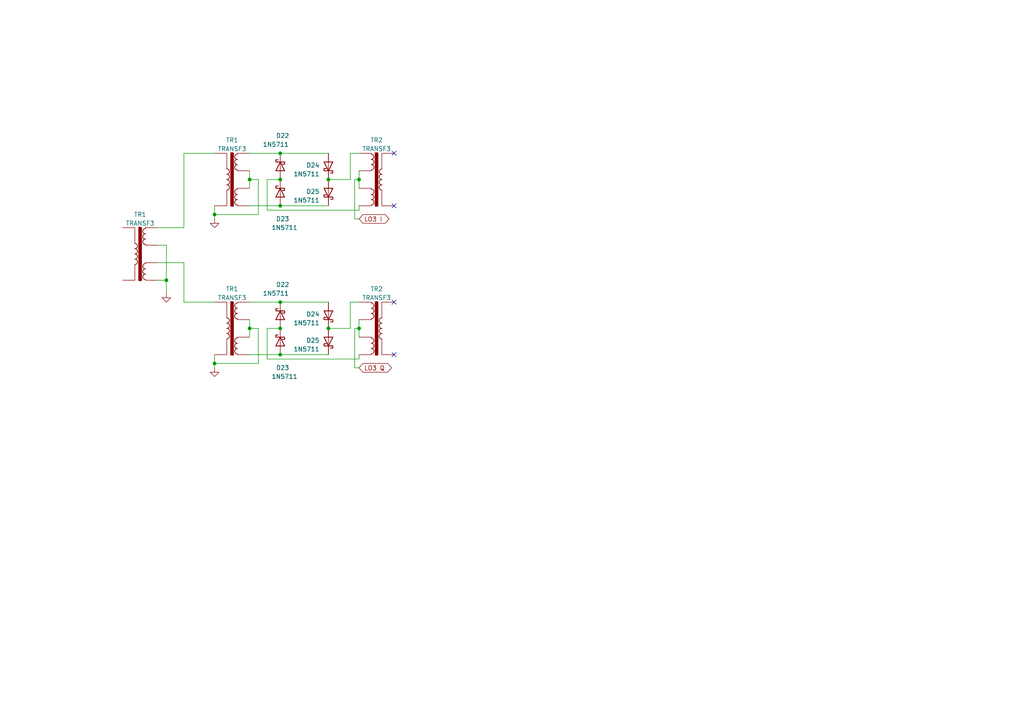
<source format=kicad_sch>
(kicad_sch (version 20230121) (generator eeschema)
  (paper "A4")
  (lib_symbols
    (symbol "Diode:1N5711" (pin_numbers hide) (pin_names (offset 1.016) hide)
      (property "Reference" "D" (at 0 2.54 0))
      (property "Value" "1N5711" (at 0 -2.54 0))
      (symbol "1N5711_0_1"
        (polyline (pts (xy 1.27 0) (xy -1.27 0)))
        (polyline (pts (xy 1.27 1.27) (xy 1.27 -1.27) (xy -1.27 0) (xy 1.27 1.27)) (stroke (width 0.254)))
        (polyline (pts (xy -1.905 0.635) (xy -1.905 1.27) (xy -1.27 1.27) (xy -1.27 -1.27) (xy -0.635 -1.27) (xy -0.635 -0.635)) (stroke (width 0.254)))
      )
      (symbol "1N5711_1_1"
        (pin passive line (at -3.81 0 0) (length 2.54) (name "K") (number "1"))
        (pin passive line (at 3.81 0 180) (length 2.54) (name "A") (number "2"))
      )
    )
    (symbol "Transformer:TRANSF3" (pin_numbers hide) (pin_names (offset 0))
      (property "Reference" "TR" (at 0 8.89 0))
      (property "Value" "TRANSF3" (at 0 -8.89 0))
      (symbol "TRANSF3_0_1"
        (arc (start -1.524 -3.048) (mid -0.7653 -2.286) (end -1.524 -1.524) (stroke (width 0.2032)))
        (arc (start -1.524 -1.524) (mid -0.7653 -0.762) (end -1.524 0) (stroke (width 0.2032)))
        (arc (start -1.524 0) (mid -0.7653 0.762) (end -1.524 1.524) (stroke (width 0.2032)))
        (arc (start -1.524 1.524) (mid -0.7653 2.286) (end -1.524 3.048) (stroke (width 0.2032)))
        (rectangle (start -0.254 7.62) (end 0.254 -7.62) (stroke (width 0.508)) (fill (type outline)))
        (polyline (pts (xy -1.524 3.048) (xy -1.524 7.62) (xy -2.54 7.62)))
        (polyline (pts (xy 1.524 -7.366) (xy 1.524 -7.62) (xy 1.524 -7.62)) (fill (type outline)))
        (polyline (pts (xy 1.524 -2.54) (xy 1.524 -2.794) (xy 1.524 -2.794)) (fill (type outline)))
        (polyline (pts (xy 1.524 -2.54) (xy 2.54 -2.54) (xy 2.54 -2.54)))
        (polyline (pts (xy 1.524 2.54) (xy 1.524 2.794) (xy 1.524 2.794)) (fill (type outline)))
        (polyline (pts (xy 1.524 2.54) (xy 2.54 2.54) (xy 2.54 2.54)))
        (polyline (pts (xy 1.524 7.62) (xy 1.524 7.366) (xy 1.524 7.366)) (fill (type outline)))
        (polyline (pts (xy 1.524 7.62) (xy 2.54 7.62) (xy 2.54 7.62)))
        (polyline (pts (xy 2.54 -7.62) (xy 1.524 -7.62) (xy 1.524 -7.62)))
        (polyline (pts (xy -2.54 -7.62) (xy -1.524 -7.62) (xy -1.524 -3.048) (xy -1.524 -4.318)))
        (arc (start 1.524 -5.842) (mid 0.7653 -6.604) (end 1.524 -7.366) (stroke (width 0.2032)))
        (arc (start 1.524 -4.318) (mid 0.7653 -5.08) (end 1.524 -5.842) (stroke (width 0.2032)))
        (arc (start 1.524 -2.794) (mid 0.7653 -3.556) (end 1.524 -4.318) (stroke (width 0.2032)))
        (arc (start 1.524 4.318) (mid 0.7653 3.556) (end 1.524 2.794) (stroke (width 0.2032)))
        (arc (start 1.524 5.842) (mid 0.7653 5.08) (end 1.524 4.318) (stroke (width 0.2032)))
        (arc (start 1.524 7.366) (mid 0.7653 6.604) (end 1.524 5.842) (stroke (width 0.2032)))
      )
      (symbol "TRANSF3_1_1"
        (pin passive line (at -5.08 7.62 0) (length 2.54) (name "~") (number "1"))
        (pin passive line (at -5.08 -7.62 0) (length 2.54) (name "~") (number "2"))
        (pin passive line (at 5.08 7.62 180) (length 2.54) (name "~") (number "3"))
        (pin passive line (at 5.08 2.54 180) (length 2.54) (name "~") (number "4"))
        (pin passive line (at 5.08 -2.54 180) (length 2.54) (name "~") (number "5"))
        (pin passive line (at 5.08 -7.62 180) (length 2.54) (name "~") (number "6"))
      )
    )
    (symbol "power:GND" (power) (pin_names (offset 0))
      (property "Value" "GND" (at 0 -3.81 0))
      (symbol "GND_0_1"
        (polyline (pts (xy 0 0) (xy 0 -1.27) (xy 1.27 -1.27) (xy 0 -2.54) (xy -1.27 -1.27) (xy 0 -1.27)))
      )
      (symbol "GND_1_1"
        (pin power_in line (at 0 0 270) (length 0) hide (name "GND") (number "1"))
      )
    )
  )
  (junction (at 104.14 52.07))
  (junction (at 81.28 87.63))
  (junction (at 104.14 95.25))
  (junction (at 81.28 52.07))
  (junction (at 95.25 95.25))
  (junction (at 81.28 102.87))
  (junction (at 81.28 59.69))
  (junction (at 72.39 95.25))
  (junction (at 95.25 52.07))
  (junction (at 48.26 81.28))
  (junction (at 81.28 44.45))
  (junction (at 72.39 52.07))
  (junction (at 81.28 95.25))
  (junction (at 62.23 62.23))
  (junction (at 62.23 105.41))
  (no_connect (at 114.3 87.63))
  (no_connect (at 114.3 44.45))
  (no_connect (at 114.3 59.69))
  (no_connect (at 114.3 102.87))
  (wire (pts (xy 45.72 71.12) (xy 48.26 71.12)))
  (wire (pts (xy 72.39 95.25) (xy 72.39 97.79)))
  (wire (pts (xy 72.39 49.53) (xy 72.39 52.07)))
  (wire (pts (xy 81.28 95.25) (xy 77.47 95.25)))
  (wire (pts (xy 77.47 104.14) (xy 104.14 104.14)))
  (wire (pts (xy 45.72 76.2) (xy 53.34 76.2)))
  (wire (pts (xy 101.6 87.63) (xy 101.6 95.25)))
  (wire (pts (xy 95.25 87.63) (xy 81.28 87.63)))
  (wire (pts (xy 72.39 52.07) (xy 72.39 54.61)))
  (wire (pts (xy 101.6 52.07) (xy 95.25 52.07)))
  (wire (pts (xy 95.25 102.87) (xy 81.28 102.87)))
  (wire (pts (xy 62.23 62.23) (xy 62.23 63.5)))
  (wire (pts (xy 102.87 95.25) (xy 102.87 106.68)))
  (wire (pts (xy 62.23 105.41) (xy 62.23 106.68)))
  (wire (pts (xy 53.34 87.63) (xy 62.23 87.63)))
  (wire (pts (xy 48.26 71.12) (xy 48.26 81.28)))
  (wire (pts (xy 104.14 44.45) (xy 101.6 44.45)))
  (wire (pts (xy 77.47 95.25) (xy 77.47 104.14)))
  (wire (pts (xy 77.47 60.96) (xy 104.14 60.96)))
  (wire (pts (xy 74.93 95.25) (xy 74.93 105.41)))
  (wire (pts (xy 45.72 81.28) (xy 48.26 81.28)))
  (wire (pts (xy 81.28 102.87) (xy 72.39 102.87)))
  (wire (pts (xy 74.93 52.07) (xy 74.93 62.23)))
  (wire (pts (xy 104.14 92.71) (xy 104.14 95.25)))
  (wire (pts (xy 102.87 63.5) (xy 104.14 63.5)))
  (wire (pts (xy 77.47 52.07) (xy 77.47 60.96)))
  (wire (pts (xy 104.14 52.07) (xy 104.14 54.61)))
  (wire (pts (xy 104.14 87.63) (xy 101.6 87.63)))
  (wire (pts (xy 104.14 104.14) (xy 104.14 102.87)))
  (wire (pts (xy 72.39 92.71) (xy 72.39 95.25)))
  (wire (pts (xy 48.26 81.28) (xy 48.26 85.09)))
  (wire (pts (xy 74.93 95.25) (xy 72.39 95.25)))
  (wire (pts (xy 104.14 60.96) (xy 104.14 59.69)))
  (wire (pts (xy 81.28 87.63) (xy 72.39 87.63)))
  (wire (pts (xy 101.6 95.25) (xy 95.25 95.25)))
  (wire (pts (xy 81.28 52.07) (xy 77.47 52.07)))
  (wire (pts (xy 95.25 44.45) (xy 81.28 44.45)))
  (wire (pts (xy 74.93 62.23) (xy 62.23 62.23)))
  (wire (pts (xy 62.23 102.87) (xy 62.23 105.41)))
  (wire (pts (xy 45.72 66.04) (xy 53.34 66.04)))
  (wire (pts (xy 102.87 106.68) (xy 104.14 106.68)))
  (wire (pts (xy 81.28 59.69) (xy 72.39 59.69)))
  (wire (pts (xy 101.6 44.45) (xy 101.6 52.07)))
  (wire (pts (xy 102.87 52.07) (xy 102.87 63.5)))
  (wire (pts (xy 104.14 95.25) (xy 102.87 95.25)))
  (wire (pts (xy 95.25 59.69) (xy 81.28 59.69)))
  (wire (pts (xy 104.14 95.25) (xy 104.14 97.79)))
  (wire (pts (xy 53.34 44.45) (xy 62.23 44.45)))
  (wire (pts (xy 104.14 49.53) (xy 104.14 52.07)))
  (wire (pts (xy 81.28 44.45) (xy 72.39 44.45)))
  (wire (pts (xy 104.14 52.07) (xy 102.87 52.07)))
  (wire (pts (xy 74.93 52.07) (xy 72.39 52.07)))
  (wire (pts (xy 53.34 76.2) (xy 53.34 87.63)))
  (wire (pts (xy 62.23 59.69) (xy 62.23 62.23)))
  (wire (pts (xy 74.93 105.41) (xy 62.23 105.41)))
  (wire (pts (xy 53.34 66.04) (xy 53.34 44.45)))
  (global_label "LO3 I" (shape bidirectional) (at 104.14 63.5 0) (property "Intersheetrefs" "${INTERSHEET_REFS}" (effects hide)))
  (global_label "LO3 Q" (shape bidirectional) (at 104.14 106.68 0) (property "Intersheetrefs" "${INTERSHEET_REFS}" (effects hide)))
  (symbol (lib_id "power:GND") (at 62.23 63.5 0) (mirror y) (unit 1)
    (property "Reference" "#GND089" (effects hide))
    (property "Value" "GND" (effects hide))
    (instances (project "acorn" (path "" (reference "#GND089") (unit 1)) (path "" (reference "#GND055") (unit 1)) (path "" (reference "#GND0112") (unit 1))))
  )
  (symbol (lib_id "Diode:1N5711") (at 95.25 99.06 270) (mirror x) (unit 1)
    (property "Reference" "D25" (at 92.71 98.7425 90) (effects (justify right)))
    (property "Value" "1N5711" (at 92.71 101.2825 90) (effects (justify right)))
    (property "Footprint" "Diode_THT:D_DO-35_SOD27_P7.62mm_Horizontal" (effects hide))
    (property "Datasheet" "https://www.microsemi.com/document-portal/doc_download/8865-lds-0040-datasheet" (effects hide))
    (instances (project "acorn" (path "" (reference "D25") (unit 1)) (path "" (reference "D35") (unit 1))))
  )
  (symbol (lib_id "Diode:1N5711") (at 95.25 48.26 270) (mirror x) (unit 1)
    (property "Reference" "D24" (at 92.71 47.9425 90) (effects (justify right)))
    (property "Value" "1N5711" (at 92.71 50.4825 90) (effects (justify right)))
    (property "Footprint" "Diode_THT:D_DO-35_SOD27_P7.62mm_Horizontal" (effects hide))
    (property "Datasheet" "https://www.microsemi.com/document-portal/doc_download/8865-lds-0040-datasheet" (effects hide))
    (instances (project "acorn" (path "" (reference "D24") (unit 1)) (path "" (reference "D30") (unit 1))))
  )
  (symbol (lib_id "Diode:1N5711") (at 81.28 48.26 90) (mirror x) (unit 1)
    (property "Reference" "D22" (at 80.01 39.37 90) (effects (justify right)))
    (property "Value" "1N5711" (at 76.2 41.91 90) (effects (justify right)))
    (property "Footprint" "Diode_THT:D_DO-35_SOD27_P7.62mm_Horizontal" (effects hide))
    (property "Datasheet" "https://www.microsemi.com/document-portal/doc_download/8865-lds-0040-datasheet" (effects hide))
    (instances (project "acorn" (path "" (reference "D22") (unit 1)) (path "" (reference "D28") (unit 1))))
  )
  (symbol (lib_id "Diode:1N5711") (at 81.28 91.44 90) (mirror x) (unit 1)
    (property "Reference" "D22" (at 80.01 82.55 90) (effects (justify right)))
    (property "Value" "1N5711" (at 76.2 85.09 90) (effects (justify right)))
    (property "Footprint" "Diode_THT:D_DO-35_SOD27_P7.62mm_Horizontal" (effects hide))
    (property "Datasheet" "https://www.microsemi.com/document-portal/doc_download/8865-lds-0040-datasheet" (effects hide))
    (instances (project "acorn" (path "" (reference "D22") (unit 1)) (path "" (reference "D32") (unit 1))))
  )
  (symbol (lib_id "Diode:1N5711") (at 95.25 91.44 270) (mirror x) (unit 1)
    (property "Reference" "D24" (at 92.71 91.1225 90) (effects (justify right)))
    (property "Value" "1N5711" (at 92.71 93.6625 90) (effects (justify right)))
    (property "Footprint" "Diode_THT:D_DO-35_SOD27_P7.62mm_Horizontal" (effects hide))
    (property "Datasheet" "https://www.microsemi.com/document-portal/doc_download/8865-lds-0040-datasheet" (effects hide))
    (instances (project "acorn" (path "" (reference "D24") (unit 1)) (path "" (reference "D34") (unit 1))))
  )
  (symbol (lib_id "Transformer:TRANSF3") (at 40.64 73.66 0) (unit 1)
    (property "Reference" "TR1" (at 40.64 62.23 0))
    (property "Value" "TRANSF3" (at 40.64 64.77 0))
    (instances (project "acorn" (path "" (reference "TR1") (unit 1)) (path "" (reference "TR7") (unit 1))))
  )
  (symbol (lib_id "Transformer:TRANSF3") (at 109.22 52.07 0) (mirror y) (unit 1)
    (property "Reference" "TR2" (at 109.22 40.64 0))
    (property "Value" "TRANSF3" (at 109.22 43.18 0))
    (instances (project "acorn" (path "" (reference "TR2") (unit 1)) (path "" (reference "TR4") (unit 1))))
  )
  (symbol (lib_id "power:GND") (at 62.23 106.68 0) (mirror y) (unit 1)
    (property "Reference" "#GND089" (effects hide))
    (property "Value" "GND" (effects hide))
    (instances (project "acorn" (path "" (reference "#GND089") (unit 1)) (path "" (reference "#GND055") (unit 1)) (path "" (reference "#GND0113") (unit 1))))
  )
  (symbol (lib_id "Transformer:TRANSF3") (at 67.31 95.25 0) (unit 1)
    (property "Reference" "TR1" (at 67.31 83.82 0))
    (property "Value" "TRANSF3" (at 67.31 86.36 0))
    (instances (project "acorn" (path "" (reference "TR1") (unit 1)) (path "" (reference "TR5") (unit 1))))
  )
  (symbol (lib_id "Diode:1N5711") (at 81.28 55.88 90) (mirror x) (unit 1)
    (property "Reference" "D23" (at 80.01 63.5 90) (effects (justify right)))
    (property "Value" "1N5711" (at 78.74 66.04 90) (effects (justify right)))
    (property "Footprint" "Diode_THT:D_DO-35_SOD27_P7.62mm_Horizontal" (effects hide))
    (property "Datasheet" "https://www.microsemi.com/document-portal/doc_download/8865-lds-0040-datasheet" (effects hide))
    (instances (project "acorn" (path "" (reference "D23") (unit 1)) (path "" (reference "D29") (unit 1))))
  )
  (symbol (lib_id "Diode:1N5711") (at 95.25 55.88 270) (mirror x) (unit 1)
    (property "Reference" "D25" (at 92.71 55.5625 90) (effects (justify right)))
    (property "Value" "1N5711" (at 92.71 58.1025 90) (effects (justify right)))
    (property "Footprint" "Diode_THT:D_DO-35_SOD27_P7.62mm_Horizontal" (effects hide))
    (property "Datasheet" "https://www.microsemi.com/document-portal/doc_download/8865-lds-0040-datasheet" (effects hide))
    (instances (project "acorn" (path "" (reference "D25") (unit 1)) (path "" (reference "D31") (unit 1))))
  )
  (symbol (lib_id "Transformer:TRANSF3") (at 67.31 52.07 0) (unit 1)
    (property "Reference" "TR1" (at 67.31 40.64 0))
    (property "Value" "TRANSF3" (at 67.31 43.18 0))
    (instances (project "acorn" (path "" (reference "TR1") (unit 1)) (path "" (reference "TR3") (unit 1))))
  )
  (symbol (lib_id "Diode:1N5711") (at 81.28 99.06 90) (mirror x) (unit 1)
    (property "Reference" "D23" (at 80.01 106.68 90) (effects (justify right)))
    (property "Value" "1N5711" (at 78.74 109.22 90) (effects (justify right)))
    (property "Footprint" "Diode_THT:D_DO-35_SOD27_P7.62mm_Horizontal" (effects hide))
    (property "Datasheet" "https://www.microsemi.com/document-portal/doc_download/8865-lds-0040-datasheet" (effects hide))
    (instances (project "acorn" (path "" (reference "D23") (unit 1)) (path "" (reference "D33") (unit 1))))
  )
  (symbol (lib_id "Transformer:TRANSF3") (at 109.22 95.25 0) (mirror y) (unit 1)
    (property "Reference" "TR2" (at 109.22 83.82 0))
    (property "Value" "TRANSF3" (at 109.22 86.36 0))
    (instances (project "acorn" (path "" (reference "TR2") (unit 1)) (path "" (reference "TR6") (unit 1))))
  )
  (symbol (lib_id "power:GND") (at 48.26 85.09 0) (mirror y) (unit 1)
    (property "Reference" "#GND089" (effects hide))
    (property "Value" "GND" (effects hide))
    (instances (project "acorn" (path "" (reference "#GND089") (unit 1)) (path "" (reference "#GND055") (unit 1)) (path "" (reference "#GND0114") (unit 1))))
  )
)
</source>
